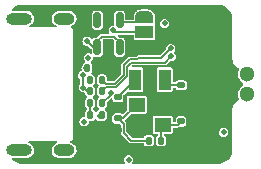
<source format=gbl>
G04 #@! TF.GenerationSoftware,KiCad,Pcbnew,(7.0.0-0)*
G04 #@! TF.CreationDate,2023-05-05T14:07:15+08:00*
G04 #@! TF.ProjectId,SWDProgrammer,53574450-726f-4677-9261-6d6d65722e6b,rev?*
G04 #@! TF.SameCoordinates,Original*
G04 #@! TF.FileFunction,Copper,L4,Bot*
G04 #@! TF.FilePolarity,Positive*
%FSLAX46Y46*%
G04 Gerber Fmt 4.6, Leading zero omitted, Abs format (unit mm)*
G04 Created by KiCad (PCBNEW (7.0.0-0)) date 2023-05-05 14:07:15*
%MOMM*%
%LPD*%
G01*
G04 APERTURE LIST*
G04 Aperture macros list*
%AMRoundRect*
0 Rectangle with rounded corners*
0 $1 Rounding radius*
0 $2 $3 $4 $5 $6 $7 $8 $9 X,Y pos of 4 corners*
0 Add a 4 corners polygon primitive as box body*
4,1,4,$2,$3,$4,$5,$6,$7,$8,$9,$2,$3,0*
0 Add four circle primitives for the rounded corners*
1,1,$1+$1,$2,$3*
1,1,$1+$1,$4,$5*
1,1,$1+$1,$6,$7*
1,1,$1+$1,$8,$9*
0 Add four rect primitives between the rounded corners*
20,1,$1+$1,$2,$3,$4,$5,0*
20,1,$1+$1,$4,$5,$6,$7,0*
20,1,$1+$1,$6,$7,$8,$9,0*
20,1,$1+$1,$8,$9,$2,$3,0*%
%AMFreePoly0*
4,1,19,0.550000,-0.750000,0.000000,-0.750000,0.000000,-0.744911,-0.071157,-0.744911,-0.207708,-0.704816,-0.327430,-0.627875,-0.420627,-0.520320,-0.479746,-0.390866,-0.500000,-0.250000,-0.500000,0.250000,-0.479746,0.390866,-0.420627,0.520320,-0.327430,0.627875,-0.207708,0.704816,-0.071157,0.744911,0.000000,0.744911,0.000000,0.750000,0.550000,0.750000,0.550000,-0.750000,0.550000,-0.750000,
$1*%
%AMFreePoly1*
4,1,19,0.000000,0.744911,0.071157,0.744911,0.207708,0.704816,0.327430,0.627875,0.420627,0.520320,0.479746,0.390866,0.500000,0.250000,0.500000,-0.250000,0.479746,-0.390866,0.420627,-0.520320,0.327430,-0.627875,0.207708,-0.704816,0.071157,-0.744911,0.000000,-0.744911,0.000000,-0.750000,-0.550000,-0.750000,-0.550000,0.750000,0.000000,0.750000,0.000000,0.744911,0.000000,0.744911,
$1*%
G04 Aperture macros list end*
G04 #@! TA.AperFunction,ComponentPad*
%ADD10C,1.300000*%
G04 #@! TD*
G04 #@! TA.AperFunction,ComponentPad*
%ADD11O,2.200000X1.000000*%
G04 #@! TD*
G04 #@! TA.AperFunction,ComponentPad*
%ADD12O,1.800000X1.000000*%
G04 #@! TD*
G04 #@! TA.AperFunction,SMDPad,CuDef*
%ADD13RoundRect,0.135000X-0.135000X-0.185000X0.135000X-0.185000X0.135000X0.185000X-0.135000X0.185000X0*%
G04 #@! TD*
G04 #@! TA.AperFunction,SMDPad,CuDef*
%ADD14RoundRect,0.140000X0.170000X-0.140000X0.170000X0.140000X-0.170000X0.140000X-0.170000X-0.140000X0*%
G04 #@! TD*
G04 #@! TA.AperFunction,SMDPad,CuDef*
%ADD15RoundRect,0.147500X-0.147500X-0.172500X0.147500X-0.172500X0.147500X0.172500X-0.147500X0.172500X0*%
G04 #@! TD*
G04 #@! TA.AperFunction,SMDPad,CuDef*
%ADD16R,1.000000X1.800000*%
G04 #@! TD*
G04 #@! TA.AperFunction,SMDPad,CuDef*
%ADD17RoundRect,0.150000X0.150000X-0.512500X0.150000X0.512500X-0.150000X0.512500X-0.150000X-0.512500X0*%
G04 #@! TD*
G04 #@! TA.AperFunction,SMDPad,CuDef*
%ADD18RoundRect,0.135000X0.135000X0.185000X-0.135000X0.185000X-0.135000X-0.185000X0.135000X-0.185000X0*%
G04 #@! TD*
G04 #@! TA.AperFunction,SMDPad,CuDef*
%ADD19FreePoly0,270.000000*%
G04 #@! TD*
G04 #@! TA.AperFunction,SMDPad,CuDef*
%ADD20R,1.500000X1.000000*%
G04 #@! TD*
G04 #@! TA.AperFunction,SMDPad,CuDef*
%ADD21FreePoly1,270.000000*%
G04 #@! TD*
G04 #@! TA.AperFunction,SMDPad,CuDef*
%ADD22R,1.400000X1.200000*%
G04 #@! TD*
G04 #@! TA.AperFunction,SMDPad,CuDef*
%ADD23RoundRect,0.140000X-0.170000X0.140000X-0.170000X-0.140000X0.170000X-0.140000X0.170000X0.140000X0*%
G04 #@! TD*
G04 #@! TA.AperFunction,ViaPad*
%ADD24C,0.500000*%
G04 #@! TD*
G04 #@! TA.AperFunction,Conductor*
%ADD25C,0.150000*%
G04 #@! TD*
G04 APERTURE END LIST*
D10*
X140000000Y-88150000D03*
X140000000Y-89850000D03*
D11*
X120699999Y-94580299D03*
X120699999Y-83429699D03*
D12*
X124499999Y-83429399D03*
X124499999Y-94580299D03*
D13*
X126690000Y-90600000D03*
X127710000Y-90600000D03*
D14*
X134420000Y-89060000D03*
X134420000Y-88100000D03*
D15*
X126715000Y-91600000D03*
X127685000Y-91600000D03*
D14*
X129050000Y-92850000D03*
X129050000Y-91890000D03*
D16*
X130529999Y-88599999D03*
X133029999Y-88599999D03*
D17*
X129210000Y-85850000D03*
X128260000Y-85850000D03*
X127310000Y-85850000D03*
X127310000Y-83575000D03*
X129210000Y-83575000D03*
D18*
X127500000Y-87600000D03*
X126480000Y-87600000D03*
D19*
X131300000Y-83300000D03*
D20*
X131299999Y-84599999D03*
D21*
X131300000Y-85900000D03*
D22*
X130639999Y-90729999D03*
X132839999Y-90729999D03*
X132839999Y-92429999D03*
X130639999Y-92429999D03*
D23*
X134400000Y-91180000D03*
X134400000Y-92140000D03*
D14*
X129050000Y-91050000D03*
X129050000Y-90090000D03*
D18*
X127710000Y-89600000D03*
X126690000Y-89600000D03*
X127710000Y-88600000D03*
X126690000Y-88600000D03*
X132700000Y-93760000D03*
X131680000Y-93760000D03*
D24*
X128439193Y-89694500D03*
X128490000Y-88430000D03*
X131300000Y-91990000D03*
X135170000Y-82660000D03*
X133510000Y-95200000D03*
X128240000Y-93380000D03*
X138260000Y-84540000D03*
X138260000Y-85370000D03*
X132870000Y-90770000D03*
X130100011Y-83199989D03*
X135410000Y-88320000D03*
X137360589Y-91739411D03*
X132620000Y-85500000D03*
X134200000Y-82660000D03*
X126239376Y-84060624D03*
X132810000Y-82780000D03*
X134610000Y-95200000D03*
X132280000Y-95190000D03*
X126470000Y-92810000D03*
X138170000Y-83590000D03*
X137460000Y-82850000D03*
X137990000Y-95010000D03*
X131830000Y-87850000D03*
X136260000Y-82760000D03*
X132800000Y-92350000D03*
X130640000Y-90710000D03*
X133010000Y-83840000D03*
X138000039Y-93060000D03*
X129220000Y-83560000D03*
X126560589Y-86739411D03*
X127525261Y-91711897D03*
X129960000Y-95380000D03*
X126460589Y-85339411D03*
X126199502Y-92160000D03*
X126376147Y-87643853D03*
X126680000Y-88580000D03*
X126130000Y-89270000D03*
X126083158Y-88236434D03*
X128669963Y-84430651D03*
X130470000Y-88350000D03*
X132970000Y-88550000D03*
X133560000Y-86630000D03*
X133520000Y-85960000D03*
D25*
X128090000Y-88980000D02*
X128768162Y-88980000D01*
X128768162Y-88980000D02*
X129565000Y-88183162D01*
X127710000Y-88600000D02*
X128090000Y-88980000D01*
X129565000Y-88183162D02*
X129565000Y-87393162D01*
X129565000Y-87393162D02*
X130068162Y-86890000D01*
X130068162Y-86890000D02*
X130690000Y-86890000D01*
X130690000Y-86890000D02*
X130820000Y-86760000D01*
X130820000Y-86760000D02*
X132720000Y-86760000D01*
X132720000Y-86760000D02*
X133520000Y-85960000D01*
X127710000Y-89600000D02*
X128060000Y-89250000D01*
X128060000Y-89250000D02*
X128880000Y-89250000D01*
X129835000Y-88295000D02*
X129835000Y-87505000D01*
X128880000Y-89250000D02*
X129835000Y-88295000D01*
X129835000Y-87505000D02*
X130180000Y-87160000D01*
X130180000Y-87160000D02*
X133030000Y-87160000D01*
X133030000Y-87160000D02*
X133560000Y-86630000D01*
X128439193Y-89694500D02*
X128439193Y-89870807D01*
X128439193Y-89870807D02*
X127710000Y-90600000D01*
X127660000Y-87600000D02*
X128490000Y-88430000D01*
X127500000Y-87600000D02*
X127660000Y-87600000D01*
X132700000Y-93760000D02*
X132700000Y-92450000D01*
X132700000Y-92450000D02*
X132800000Y-92350000D01*
X134110000Y-92430000D02*
X134400000Y-92140000D01*
X132840000Y-92430000D02*
X134110000Y-92430000D01*
X129050000Y-91890000D02*
X129480000Y-91890000D01*
X130186238Y-93760000D02*
X129555000Y-93128762D01*
X129555000Y-93128762D02*
X129555000Y-92395000D01*
X129480000Y-91890000D02*
X130640000Y-90730000D01*
X131680000Y-93760000D02*
X130186238Y-93760000D01*
X129555000Y-92395000D02*
X129050000Y-91890000D01*
X129220000Y-83560000D02*
X129410000Y-83750000D01*
X127637158Y-91600000D02*
X127525261Y-91711897D01*
X129410000Y-83750000D02*
X130850000Y-83750000D01*
X127685000Y-91600000D02*
X127637158Y-91600000D01*
X130850000Y-83750000D02*
X131300000Y-83300000D01*
X128750000Y-84950000D02*
X127710000Y-84950000D01*
X129210000Y-85410000D02*
X128750000Y-84950000D01*
X126971178Y-85850000D02*
X126460589Y-85339411D01*
X129210000Y-85850000D02*
X129210000Y-85410000D01*
X127310000Y-85850000D02*
X126971178Y-85850000D01*
X127710000Y-84950000D02*
X127310000Y-85350000D01*
X127310000Y-85350000D02*
X127310000Y-85850000D01*
X126083158Y-88236434D02*
X126083158Y-89223158D01*
X126130000Y-89270000D02*
X126460000Y-89600000D01*
X126460000Y-89600000D02*
X126690000Y-89600000D01*
X126083158Y-89223158D02*
X126130000Y-89270000D01*
X128669963Y-84430651D02*
X128839312Y-84600000D01*
X128839312Y-84600000D02*
X131300000Y-84600000D01*
X129050000Y-90090000D02*
X129050000Y-90080000D01*
X129050000Y-90080000D02*
X130530000Y-88600000D01*
X134420000Y-89060000D02*
X133480000Y-89060000D01*
X133480000Y-89060000D02*
X132970000Y-88550000D01*
X126715000Y-90625000D02*
X126690000Y-90600000D01*
X126715000Y-91600000D02*
X126715000Y-90625000D01*
G04 #@! TA.AperFunction,Conductor*
G36*
X137502897Y-82250728D02*
G01*
X137689665Y-82265426D01*
X137701127Y-82267242D01*
X137880455Y-82310295D01*
X137891491Y-82313881D01*
X138061880Y-82384458D01*
X138072220Y-82389726D01*
X138229481Y-82486095D01*
X138238864Y-82492913D01*
X138238916Y-82492958D01*
X138379101Y-82612687D01*
X138387311Y-82620897D01*
X138423319Y-82663057D01*
X138507085Y-82761134D01*
X138513905Y-82770520D01*
X138592792Y-82899252D01*
X138610270Y-82927773D01*
X138615541Y-82938119D01*
X138686116Y-83108502D01*
X138689704Y-83119546D01*
X138732756Y-83298868D01*
X138734573Y-83310337D01*
X138749269Y-83497064D01*
X138749497Y-83502870D01*
X138749499Y-86755824D01*
X138749501Y-86755833D01*
X138749501Y-86799999D01*
X138749501Y-86883157D01*
X138750061Y-86886335D01*
X138750062Y-86886342D01*
X138776361Y-87035492D01*
X138778381Y-87046946D01*
X138779487Y-87049986D01*
X138779488Y-87049988D01*
X138806811Y-87125057D01*
X138835264Y-87203232D01*
X138836879Y-87206029D01*
X138897220Y-87310544D01*
X138918422Y-87347266D01*
X139025328Y-87474672D01*
X139152734Y-87581578D01*
X139270560Y-87649605D01*
X139276273Y-87652903D01*
X139303815Y-87680790D01*
X139313250Y-87718832D01*
X139301932Y-87756358D01*
X139293870Y-87769190D01*
X139274211Y-87800478D01*
X139272840Y-87804395D01*
X139272839Y-87804398D01*
X139216004Y-87966821D01*
X139216001Y-87966829D01*
X139214632Y-87970745D01*
X139214167Y-87974863D01*
X139214166Y-87974872D01*
X139198781Y-88111430D01*
X139194435Y-88150000D01*
X139194900Y-88154127D01*
X139214166Y-88325127D01*
X139214167Y-88325134D01*
X139214632Y-88329255D01*
X139216002Y-88333172D01*
X139216004Y-88333178D01*
X139249788Y-88429725D01*
X139274211Y-88499522D01*
X139276416Y-88503032D01*
X139276419Y-88503037D01*
X139359065Y-88634566D01*
X139370184Y-88652262D01*
X139497738Y-88779816D01*
X139570410Y-88825479D01*
X139650478Y-88875789D01*
X139649650Y-88877105D01*
X139674742Y-88899501D01*
X139686126Y-88938797D01*
X139686357Y-89060811D01*
X139675058Y-89100252D01*
X139649689Y-89122955D01*
X139650478Y-89124211D01*
X139501257Y-89217972D01*
X139501251Y-89217976D01*
X139497738Y-89220184D01*
X139494802Y-89223119D01*
X139494798Y-89223123D01*
X139373123Y-89344798D01*
X139373119Y-89344802D01*
X139370184Y-89347738D01*
X139367976Y-89351251D01*
X139367972Y-89351257D01*
X139276419Y-89496962D01*
X139276414Y-89496970D01*
X139274211Y-89500478D01*
X139272840Y-89504395D01*
X139272839Y-89504398D01*
X139216004Y-89666821D01*
X139216001Y-89666829D01*
X139214632Y-89670745D01*
X139214167Y-89674863D01*
X139214166Y-89674872D01*
X139197198Y-89825476D01*
X139194435Y-89850000D01*
X139194900Y-89854127D01*
X139214166Y-90025127D01*
X139214167Y-90025134D01*
X139214632Y-90029255D01*
X139216002Y-90033172D01*
X139216004Y-90033178D01*
X139266310Y-90176942D01*
X139274211Y-90199522D01*
X139285855Y-90218054D01*
X139301932Y-90243639D01*
X139313251Y-90281164D01*
X139303816Y-90319207D01*
X139276274Y-90347095D01*
X139155526Y-90416809D01*
X139155522Y-90416811D01*
X139152733Y-90418422D01*
X139150274Y-90420485D01*
X139150263Y-90420493D01*
X139027800Y-90523251D01*
X139027794Y-90523256D01*
X139025327Y-90525327D01*
X139023256Y-90527794D01*
X139023251Y-90527800D01*
X138920493Y-90650263D01*
X138920485Y-90650274D01*
X138918422Y-90652733D01*
X138916814Y-90655516D01*
X138916809Y-90655525D01*
X138836878Y-90793970D01*
X138836874Y-90793977D01*
X138835264Y-90796767D01*
X138834162Y-90799794D01*
X138834159Y-90799801D01*
X138779484Y-90950018D01*
X138779482Y-90950024D01*
X138778380Y-90953053D01*
X138777820Y-90956224D01*
X138777819Y-90956231D01*
X138750061Y-91113656D01*
X138750060Y-91113664D01*
X138749500Y-91116842D01*
X138749500Y-91120078D01*
X138749500Y-91175326D01*
X138749497Y-94455832D01*
X138749497Y-94497093D01*
X138749269Y-94502900D01*
X138734569Y-94689664D01*
X138732752Y-94701132D01*
X138689700Y-94880454D01*
X138686112Y-94891498D01*
X138615537Y-95061881D01*
X138610265Y-95072227D01*
X138513906Y-95229471D01*
X138507081Y-95238865D01*
X138387308Y-95379101D01*
X138379097Y-95387312D01*
X138238861Y-95507084D01*
X138229467Y-95513910D01*
X138072223Y-95610268D01*
X138061876Y-95615539D01*
X137891492Y-95686114D01*
X137880449Y-95689702D01*
X137701128Y-95732753D01*
X137689659Y-95734570D01*
X137502857Y-95749272D01*
X137497051Y-95749500D01*
X130335544Y-95749500D01*
X130294432Y-95737029D01*
X130267177Y-95703819D01*
X130262966Y-95661063D01*
X130280919Y-95627473D01*
X130280507Y-95627174D01*
X130282675Y-95624189D01*
X130283218Y-95623174D01*
X130283217Y-95623174D01*
X130288050Y-95618342D01*
X130345646Y-95505304D01*
X130365492Y-95380000D01*
X130345646Y-95254696D01*
X130288050Y-95141658D01*
X130198342Y-95051950D01*
X130085304Y-94994354D01*
X130079550Y-94993442D01*
X130079548Y-94993442D01*
X129965752Y-94975419D01*
X129960000Y-94974508D01*
X129954248Y-94975419D01*
X129840451Y-94993442D01*
X129840447Y-94993442D01*
X129834696Y-94994354D01*
X129829504Y-94996999D01*
X129829502Y-94997000D01*
X129726850Y-95049304D01*
X129726847Y-95049305D01*
X129721658Y-95051950D01*
X129717541Y-95056066D01*
X129717538Y-95056069D01*
X129636069Y-95137538D01*
X129636066Y-95137541D01*
X129631950Y-95141658D01*
X129629305Y-95146847D01*
X129629304Y-95146850D01*
X129584676Y-95234438D01*
X129574354Y-95254696D01*
X129573442Y-95260447D01*
X129573442Y-95260451D01*
X129564812Y-95314941D01*
X129554508Y-95380000D01*
X129574354Y-95505304D01*
X129631950Y-95618342D01*
X129636069Y-95622461D01*
X129636782Y-95623174D01*
X129637324Y-95624189D01*
X129639493Y-95627174D01*
X129639080Y-95627473D01*
X129657034Y-95661063D01*
X129652823Y-95703819D01*
X129625568Y-95737029D01*
X129584456Y-95749500D01*
X121005688Y-95749500D01*
X120999881Y-95749272D01*
X120813109Y-95734569D01*
X120801641Y-95732752D01*
X120622313Y-95689699D01*
X120611270Y-95686111D01*
X120440883Y-95615535D01*
X120430537Y-95610264D01*
X120273284Y-95513901D01*
X120263890Y-95507076D01*
X120123651Y-95387305D01*
X120115441Y-95379096D01*
X120093033Y-95352862D01*
X120075999Y-95314941D01*
X120082098Y-95273821D01*
X120109404Y-95242476D01*
X120149301Y-95230800D01*
X121338594Y-95230800D01*
X121340925Y-95230800D01*
X121463058Y-95215371D01*
X121615871Y-95154868D01*
X121748837Y-95058263D01*
X121853600Y-94931626D01*
X121923579Y-94782913D01*
X121954376Y-94621470D01*
X121944056Y-94457440D01*
X121893268Y-94301129D01*
X121805202Y-94162360D01*
X121753692Y-94113989D01*
X121688783Y-94053035D01*
X121688781Y-94053033D01*
X121685393Y-94049852D01*
X121576078Y-93989755D01*
X121545443Y-93972913D01*
X121545441Y-93972912D01*
X121541368Y-93970673D01*
X121536863Y-93969516D01*
X121536860Y-93969515D01*
X121531639Y-93968175D01*
X121495466Y-93946475D01*
X121477027Y-93908535D01*
X121482314Y-93866685D01*
X121509609Y-93834523D01*
X121550042Y-93822500D01*
X123859000Y-93822500D01*
X123906169Y-93839482D01*
X123931689Y-93882634D01*
X123923847Y-93932150D01*
X123886241Y-93965303D01*
X123788460Y-94004017D01*
X123788458Y-94004017D01*
X123784129Y-94005732D01*
X123780367Y-94008464D01*
X123780360Y-94008469D01*
X123654930Y-94099599D01*
X123654924Y-94099603D01*
X123651163Y-94102337D01*
X123648197Y-94105921D01*
X123648194Y-94105925D01*
X123549369Y-94225384D01*
X123549366Y-94225388D01*
X123546400Y-94228974D01*
X123544420Y-94233181D01*
X123544416Y-94233188D01*
X123478401Y-94373477D01*
X123478398Y-94373484D01*
X123476421Y-94377687D01*
X123475549Y-94382255D01*
X123475549Y-94382257D01*
X123446496Y-94534554D01*
X123446495Y-94534561D01*
X123445624Y-94539130D01*
X123445916Y-94543774D01*
X123445916Y-94543777D01*
X123455651Y-94698513D01*
X123455651Y-94698517D01*
X123455944Y-94703160D01*
X123457382Y-94707588D01*
X123457383Y-94707589D01*
X123505292Y-94855041D01*
X123505294Y-94855045D01*
X123506732Y-94859471D01*
X123594798Y-94998240D01*
X123714607Y-95110748D01*
X123858632Y-95189927D01*
X124017823Y-95230800D01*
X124938594Y-95230800D01*
X124940925Y-95230800D01*
X125063058Y-95215371D01*
X125215871Y-95154868D01*
X125348837Y-95058263D01*
X125453600Y-94931626D01*
X125523579Y-94782913D01*
X125554376Y-94621470D01*
X125544056Y-94457440D01*
X125493268Y-94301129D01*
X125405202Y-94162360D01*
X125353692Y-94113989D01*
X125288783Y-94053035D01*
X125288781Y-94053033D01*
X125285393Y-94049852D01*
X125176078Y-93989755D01*
X125145443Y-93972913D01*
X125145441Y-93972912D01*
X125141368Y-93970673D01*
X125136863Y-93969516D01*
X125136860Y-93969515D01*
X125080092Y-93954940D01*
X125039405Y-93927812D01*
X125024523Y-93881230D01*
X125041944Y-93835537D01*
X125084058Y-93810687D01*
X125097740Y-93807966D01*
X125180601Y-93752601D01*
X125235966Y-93669740D01*
X125250500Y-93596674D01*
X125255408Y-93572000D01*
X125251921Y-93554474D01*
X125250500Y-93540038D01*
X125250500Y-88236434D01*
X125677666Y-88236434D01*
X125678577Y-88242186D01*
X125696291Y-88354033D01*
X125697512Y-88361738D01*
X125755108Y-88474776D01*
X125759227Y-88478895D01*
X125835984Y-88555652D01*
X125852025Y-88579659D01*
X125857658Y-88607978D01*
X125857658Y-88945298D01*
X125852025Y-88973617D01*
X125835984Y-88997624D01*
X125806069Y-89027538D01*
X125806066Y-89027541D01*
X125801950Y-89031658D01*
X125799305Y-89036847D01*
X125799304Y-89036850D01*
X125747000Y-89139502D01*
X125744354Y-89144696D01*
X125743442Y-89150447D01*
X125743442Y-89150451D01*
X125725419Y-89264248D01*
X125724508Y-89270000D01*
X125725419Y-89275752D01*
X125741062Y-89374523D01*
X125744354Y-89395304D01*
X125801950Y-89508342D01*
X125891658Y-89598050D01*
X126004696Y-89655646D01*
X126130000Y-89675492D01*
X126167508Y-89669551D01*
X126201949Y-89672261D01*
X126231407Y-89690313D01*
X126247824Y-89706729D01*
X126263866Y-89730736D01*
X126269500Y-89759055D01*
X126269500Y-89825476D01*
X126269500Y-89825492D01*
X126269501Y-89827622D01*
X126269747Y-89829747D01*
X126269748Y-89829756D01*
X126271628Y-89845966D01*
X126272270Y-89851498D01*
X126315384Y-89949141D01*
X126390859Y-90024616D01*
X126397132Y-90027386D01*
X126397134Y-90027387D01*
X126408273Y-90032306D01*
X126440382Y-90059602D01*
X126452382Y-90100000D01*
X126440382Y-90140398D01*
X126408273Y-90167694D01*
X126397134Y-90172612D01*
X126397128Y-90172615D01*
X126390859Y-90175384D01*
X126386013Y-90180229D01*
X126386010Y-90180232D01*
X126320232Y-90246010D01*
X126320229Y-90246013D01*
X126315384Y-90250859D01*
X126312615Y-90257128D01*
X126312614Y-90257131D01*
X126274516Y-90343413D01*
X126274514Y-90343419D01*
X126272270Y-90348502D01*
X126271629Y-90354020D01*
X126271628Y-90354027D01*
X126269746Y-90370248D01*
X126269745Y-90370265D01*
X126269500Y-90372377D01*
X126269500Y-90374519D01*
X126269500Y-90374520D01*
X126269500Y-90825476D01*
X126269500Y-90825493D01*
X126269501Y-90827622D01*
X126272270Y-90851498D01*
X126315384Y-90949141D01*
X126390859Y-91024616D01*
X126413204Y-91034482D01*
X126445313Y-91061778D01*
X126457313Y-91102177D01*
X126445313Y-91142576D01*
X126413203Y-91169872D01*
X126402444Y-91174622D01*
X126402441Y-91174623D01*
X126396172Y-91177392D01*
X126391326Y-91182237D01*
X126391323Y-91182240D01*
X126322240Y-91251323D01*
X126322237Y-91251326D01*
X126317392Y-91256172D01*
X126314623Y-91262441D01*
X126314622Y-91262444D01*
X126274637Y-91353002D01*
X126274635Y-91353007D01*
X126272391Y-91358091D01*
X126271750Y-91363609D01*
X126271749Y-91363616D01*
X126269746Y-91380880D01*
X126269745Y-91380897D01*
X126269500Y-91383009D01*
X126269500Y-91385152D01*
X126269500Y-91681419D01*
X126259586Y-91718419D01*
X126232500Y-91745505D01*
X126199477Y-91754353D01*
X126199502Y-91754508D01*
X126198029Y-91754741D01*
X126198026Y-91754741D01*
X126193750Y-91755419D01*
X126079953Y-91773442D01*
X126079949Y-91773442D01*
X126074198Y-91774354D01*
X126069006Y-91776999D01*
X126069004Y-91777000D01*
X125966352Y-91829304D01*
X125966349Y-91829305D01*
X125961160Y-91831950D01*
X125957043Y-91836066D01*
X125957040Y-91836069D01*
X125875571Y-91917538D01*
X125875568Y-91917541D01*
X125871452Y-91921658D01*
X125868807Y-91926847D01*
X125868806Y-91926850D01*
X125816502Y-92029502D01*
X125813856Y-92034696D01*
X125812944Y-92040447D01*
X125812944Y-92040451D01*
X125800903Y-92116478D01*
X125794010Y-92160000D01*
X125794921Y-92165752D01*
X125812474Y-92276582D01*
X125813856Y-92285304D01*
X125871452Y-92398342D01*
X125961160Y-92488050D01*
X126074198Y-92545646D01*
X126199502Y-92565492D01*
X126324806Y-92545646D01*
X126437844Y-92488050D01*
X126527552Y-92398342D01*
X126585148Y-92285304D01*
X126604994Y-92160000D01*
X126604083Y-92154248D01*
X126604083Y-92148424D01*
X126605381Y-92148424D01*
X126609857Y-92114404D01*
X126637156Y-92082439D01*
X126677461Y-92070499D01*
X126904845Y-92070499D01*
X126906990Y-92070499D01*
X126931909Y-92067609D01*
X127033828Y-92022608D01*
X127099377Y-91957058D01*
X127132551Y-91937905D01*
X127170857Y-91937905D01*
X127204030Y-91957058D01*
X127286919Y-92039947D01*
X127399957Y-92097543D01*
X127525261Y-92117389D01*
X127650565Y-92097543D01*
X127687810Y-92078564D01*
X127718307Y-92071243D01*
X128589500Y-92071243D01*
X128589501Y-92073372D01*
X128589747Y-92075498D01*
X128589748Y-92075505D01*
X128591676Y-92092131D01*
X128591676Y-92092134D01*
X128592318Y-92097662D01*
X128594565Y-92102752D01*
X128594566Y-92102754D01*
X128623154Y-92167500D01*
X128636187Y-92197016D01*
X128712984Y-92273813D01*
X128812338Y-92317682D01*
X128836627Y-92320500D01*
X129130941Y-92320499D01*
X129159259Y-92326132D01*
X129183267Y-92342173D01*
X129307826Y-92466732D01*
X129323867Y-92490739D01*
X129329500Y-92519058D01*
X129329500Y-93120901D01*
X129329399Y-93124774D01*
X129327706Y-93157061D01*
X129327706Y-93157065D01*
X129327300Y-93164826D01*
X129330084Y-93172081D01*
X129330086Y-93172088D01*
X129336030Y-93187574D01*
X129339326Y-93198700D01*
X129342774Y-93214920D01*
X129342776Y-93214925D01*
X129344393Y-93222530D01*
X129348963Y-93228821D01*
X129348965Y-93228824D01*
X129349390Y-93229409D01*
X129358603Y-93246376D01*
X129358865Y-93247060D01*
X129358868Y-93247064D01*
X129361654Y-93254322D01*
X129367152Y-93259820D01*
X129378880Y-93271548D01*
X129386421Y-93280377D01*
X129395700Y-93293149D01*
X129400740Y-93300085D01*
X129408098Y-93304333D01*
X129423426Y-93316094D01*
X130021230Y-93913897D01*
X130023897Y-93916707D01*
X130050731Y-93946509D01*
X130072995Y-93956421D01*
X130083191Y-93961958D01*
X130103620Y-93975225D01*
X130112010Y-93976553D01*
X130130534Y-93982039D01*
X130138306Y-93985500D01*
X130162666Y-93985500D01*
X130174242Y-93986410D01*
X130198303Y-93990222D01*
X130206084Y-93988137D01*
X130206516Y-93988022D01*
X130225669Y-93985500D01*
X131202572Y-93985500D01*
X131242971Y-93997500D01*
X131270266Y-94029608D01*
X131305384Y-94109141D01*
X131380859Y-94184616D01*
X131466392Y-94222383D01*
X131473408Y-94225481D01*
X131478502Y-94227730D01*
X131502377Y-94230500D01*
X131857622Y-94230499D01*
X131881498Y-94227730D01*
X131979141Y-94184616D01*
X132054616Y-94109141D01*
X132097730Y-94011498D01*
X132100500Y-93987623D01*
X132100499Y-93532378D01*
X132097730Y-93508502D01*
X132054616Y-93410859D01*
X131979141Y-93335384D01*
X131949611Y-93322345D01*
X131886586Y-93294516D01*
X131886582Y-93294515D01*
X131881498Y-93292270D01*
X131875977Y-93291629D01*
X131875972Y-93291628D01*
X131859751Y-93289746D01*
X131859735Y-93289745D01*
X131857623Y-93289500D01*
X131855479Y-93289500D01*
X131504523Y-93289500D01*
X131504505Y-93289500D01*
X131502378Y-93289501D01*
X131500252Y-93289747D01*
X131500244Y-93289748D01*
X131484033Y-93291628D01*
X131484029Y-93291628D01*
X131478502Y-93292270D01*
X131473413Y-93294516D01*
X131473409Y-93294518D01*
X131387131Y-93332614D01*
X131387128Y-93332615D01*
X131380859Y-93335384D01*
X131376013Y-93340229D01*
X131376010Y-93340232D01*
X131310232Y-93406010D01*
X131310229Y-93406013D01*
X131305384Y-93410859D01*
X131277390Y-93474260D01*
X131270267Y-93490391D01*
X131242971Y-93522500D01*
X131202572Y-93534500D01*
X130310295Y-93534500D01*
X130281976Y-93528867D01*
X130257969Y-93512826D01*
X129802174Y-93057031D01*
X129794015Y-93044820D01*
X131989500Y-93044820D01*
X131998233Y-93088722D01*
X132031496Y-93138504D01*
X132081278Y-93171767D01*
X132125180Y-93180500D01*
X132400500Y-93180500D01*
X132437500Y-93190414D01*
X132464586Y-93217500D01*
X132474500Y-93254500D01*
X132474500Y-93254650D01*
X132462499Y-93295049D01*
X132430390Y-93322344D01*
X132422109Y-93326000D01*
X132407131Y-93332614D01*
X132407128Y-93332615D01*
X132400859Y-93335384D01*
X132396013Y-93340229D01*
X132396010Y-93340232D01*
X132330232Y-93406010D01*
X132330229Y-93406013D01*
X132325384Y-93410859D01*
X132322615Y-93417128D01*
X132322614Y-93417131D01*
X132284516Y-93503413D01*
X132284514Y-93503419D01*
X132282270Y-93508502D01*
X132281629Y-93514020D01*
X132281628Y-93514027D01*
X132279746Y-93530248D01*
X132279745Y-93530265D01*
X132279500Y-93532377D01*
X132279500Y-93534519D01*
X132279500Y-93534520D01*
X132279500Y-93985476D01*
X132279500Y-93985493D01*
X132279501Y-93987622D01*
X132279747Y-93989748D01*
X132279748Y-93989755D01*
X132280646Y-93997500D01*
X132282270Y-94011498D01*
X132284517Y-94016586D01*
X132284518Y-94016590D01*
X132321171Y-94099599D01*
X132325384Y-94109141D01*
X132400859Y-94184616D01*
X132486392Y-94222383D01*
X132493408Y-94225481D01*
X132498502Y-94227730D01*
X132522377Y-94230500D01*
X132877622Y-94230499D01*
X132901498Y-94227730D01*
X132999141Y-94184616D01*
X133074616Y-94109141D01*
X133117730Y-94011498D01*
X133120500Y-93987623D01*
X133120499Y-93532378D01*
X133117730Y-93508502D01*
X133074616Y-93410859D01*
X132999141Y-93335384D01*
X132969609Y-93322344D01*
X132937501Y-93295049D01*
X132925500Y-93254650D01*
X132925500Y-93254500D01*
X132935414Y-93217500D01*
X132962500Y-93190414D01*
X132999500Y-93180500D01*
X133551180Y-93180500D01*
X133554820Y-93180500D01*
X133598722Y-93171767D01*
X133648504Y-93138504D01*
X133681767Y-93088722D01*
X133687480Y-93060000D01*
X137594547Y-93060000D01*
X137595458Y-93065752D01*
X137612299Y-93172088D01*
X137614393Y-93185304D01*
X137671989Y-93298342D01*
X137761697Y-93388050D01*
X137874735Y-93445646D01*
X138000039Y-93465492D01*
X138125343Y-93445646D01*
X138238381Y-93388050D01*
X138328089Y-93298342D01*
X138385685Y-93185304D01*
X138405531Y-93060000D01*
X138385685Y-92934696D01*
X138328089Y-92821658D01*
X138238381Y-92731950D01*
X138125343Y-92674354D01*
X138119589Y-92673442D01*
X138119587Y-92673442D01*
X138005791Y-92655419D01*
X138000039Y-92654508D01*
X137994287Y-92655419D01*
X137880490Y-92673442D01*
X137880486Y-92673442D01*
X137874735Y-92674354D01*
X137869543Y-92676999D01*
X137869541Y-92677000D01*
X137766889Y-92729304D01*
X137766886Y-92729305D01*
X137761697Y-92731950D01*
X137757580Y-92736066D01*
X137757577Y-92736069D01*
X137676108Y-92817538D01*
X137676105Y-92817541D01*
X137671989Y-92821658D01*
X137669344Y-92826847D01*
X137669343Y-92826850D01*
X137617039Y-92929502D01*
X137614393Y-92934696D01*
X137613481Y-92940447D01*
X137613481Y-92940451D01*
X137598450Y-93035357D01*
X137594547Y-93060000D01*
X133687480Y-93060000D01*
X133690500Y-93044820D01*
X133690500Y-92729500D01*
X133700414Y-92692500D01*
X133727500Y-92665414D01*
X133764500Y-92655500D01*
X134102139Y-92655500D01*
X134106012Y-92655601D01*
X134146064Y-92657700D01*
X134168812Y-92648967D01*
X134179930Y-92645673D01*
X134203768Y-92640607D01*
X134210639Y-92635614D01*
X134227624Y-92626391D01*
X134235560Y-92623346D01*
X134252792Y-92606113D01*
X134261609Y-92598582D01*
X134280814Y-92584629D01*
X134324307Y-92570499D01*
X134611227Y-92570499D01*
X134613372Y-92570499D01*
X134637662Y-92567682D01*
X134737016Y-92523813D01*
X134813813Y-92447016D01*
X134857682Y-92347662D01*
X134860500Y-92323373D01*
X134860499Y-91956628D01*
X134857682Y-91932338D01*
X134813813Y-91832984D01*
X134737016Y-91756187D01*
X134712824Y-91745505D01*
X134642750Y-91714564D01*
X134642746Y-91714563D01*
X134637662Y-91712318D01*
X134632141Y-91711677D01*
X134632136Y-91711676D01*
X134615501Y-91709746D01*
X134615485Y-91709745D01*
X134613373Y-91709500D01*
X134611229Y-91709500D01*
X134188773Y-91709500D01*
X134188755Y-91709500D01*
X134186628Y-91709501D01*
X134184502Y-91709747D01*
X134184494Y-91709748D01*
X134167868Y-91711676D01*
X134167863Y-91711677D01*
X134162338Y-91712318D01*
X134157249Y-91714564D01*
X134157245Y-91714566D01*
X134069256Y-91753417D01*
X134069253Y-91753418D01*
X134062984Y-91756187D01*
X134058138Y-91761032D01*
X134058135Y-91761035D01*
X133991035Y-91828135D01*
X133991032Y-91828138D01*
X133986187Y-91832984D01*
X133983418Y-91839253D01*
X133983417Y-91839256D01*
X133944564Y-91927249D01*
X133944562Y-91927254D01*
X133942318Y-91932338D01*
X133941677Y-91937856D01*
X133941676Y-91937863D01*
X133939746Y-91954498D01*
X133939745Y-91954515D01*
X133939500Y-91956627D01*
X133939500Y-92078565D01*
X133939501Y-92130500D01*
X133929587Y-92167500D01*
X133902501Y-92194586D01*
X133865501Y-92204500D01*
X133764500Y-92204500D01*
X133727500Y-92194586D01*
X133700414Y-92167500D01*
X133690500Y-92130500D01*
X133690500Y-91818820D01*
X133690500Y-91815180D01*
X133681767Y-91771278D01*
X133648504Y-91721496D01*
X133638132Y-91714566D01*
X133604780Y-91692281D01*
X133598722Y-91688233D01*
X133591576Y-91686811D01*
X133591575Y-91686811D01*
X133558389Y-91680210D01*
X133554820Y-91679500D01*
X132125180Y-91679500D01*
X132121611Y-91680209D01*
X132121610Y-91680210D01*
X132088424Y-91686811D01*
X132088421Y-91686811D01*
X132081278Y-91688233D01*
X132075220Y-91692280D01*
X132075219Y-91692281D01*
X132037556Y-91717446D01*
X132037553Y-91717448D01*
X132031496Y-91721496D01*
X132027448Y-91727553D01*
X132027446Y-91727556D01*
X132008316Y-91756187D01*
X131998233Y-91771278D01*
X131996811Y-91778421D01*
X131996811Y-91778424D01*
X131990210Y-91811610D01*
X131989500Y-91815180D01*
X131989500Y-93044820D01*
X129794015Y-93044820D01*
X129786133Y-93033024D01*
X129780500Y-93004705D01*
X129780500Y-92402861D01*
X129780601Y-92398988D01*
X129780907Y-92393149D01*
X129782700Y-92358936D01*
X129773969Y-92336191D01*
X129770670Y-92325053D01*
X129767224Y-92308840D01*
X129765607Y-92301232D01*
X129760609Y-92294353D01*
X129751392Y-92277378D01*
X129748346Y-92269441D01*
X129731117Y-92252212D01*
X129723583Y-92243391D01*
X129709260Y-92223677D01*
X129701894Y-92219424D01*
X129686571Y-92207666D01*
X129638360Y-92159455D01*
X129618302Y-92122510D01*
X129621604Y-92080602D01*
X129640846Y-92055532D01*
X129639825Y-92054613D01*
X129645030Y-92048831D01*
X129651323Y-92044260D01*
X129655571Y-92036901D01*
X129667329Y-92021575D01*
X130186731Y-91502174D01*
X130210739Y-91486133D01*
X130239058Y-91480500D01*
X131351180Y-91480500D01*
X131354820Y-91480500D01*
X131398722Y-91471767D01*
X131448504Y-91438504D01*
X131481767Y-91388722D01*
X131490500Y-91344820D01*
X131490500Y-90115180D01*
X131481767Y-90071278D01*
X131448504Y-90021496D01*
X131398722Y-89988233D01*
X131391576Y-89986811D01*
X131391575Y-89986811D01*
X131358389Y-89980210D01*
X131354820Y-89979500D01*
X129925180Y-89979500D01*
X129921611Y-89980209D01*
X129921610Y-89980210D01*
X129888424Y-89986811D01*
X129888421Y-89986811D01*
X129881278Y-89988233D01*
X129875220Y-89992280D01*
X129875219Y-89992281D01*
X129837556Y-90017446D01*
X129837553Y-90017448D01*
X129831496Y-90021496D01*
X129827448Y-90027553D01*
X129827446Y-90027556D01*
X129802281Y-90065219D01*
X129798233Y-90071278D01*
X129796811Y-90078421D01*
X129796811Y-90078424D01*
X129792333Y-90100936D01*
X129789500Y-90115180D01*
X129789500Y-90118820D01*
X129789500Y-91230943D01*
X129783867Y-91259262D01*
X129767826Y-91283269D01*
X129518287Y-91532806D01*
X129485113Y-91551959D01*
X129446808Y-91551958D01*
X129413635Y-91532806D01*
X129391864Y-91511035D01*
X129387016Y-91506187D01*
X129380743Y-91503417D01*
X129292750Y-91464564D01*
X129292746Y-91464563D01*
X129287662Y-91462318D01*
X129282141Y-91461677D01*
X129282136Y-91461676D01*
X129265501Y-91459746D01*
X129265485Y-91459745D01*
X129263373Y-91459500D01*
X129261229Y-91459500D01*
X128838773Y-91459500D01*
X128838755Y-91459500D01*
X128836628Y-91459501D01*
X128834502Y-91459747D01*
X128834494Y-91459748D01*
X128817868Y-91461676D01*
X128817863Y-91461677D01*
X128812338Y-91462318D01*
X128807249Y-91464564D01*
X128807245Y-91464566D01*
X128719256Y-91503417D01*
X128719253Y-91503418D01*
X128712984Y-91506187D01*
X128708138Y-91511032D01*
X128708135Y-91511035D01*
X128641035Y-91578135D01*
X128641032Y-91578138D01*
X128636187Y-91582984D01*
X128633418Y-91589253D01*
X128633417Y-91589256D01*
X128594564Y-91677249D01*
X128594562Y-91677254D01*
X128592318Y-91682338D01*
X128591677Y-91687856D01*
X128591676Y-91687863D01*
X128589746Y-91704498D01*
X128589745Y-91704515D01*
X128589500Y-91706627D01*
X128589500Y-91708769D01*
X128589500Y-91708770D01*
X128589500Y-92071226D01*
X128589500Y-92071243D01*
X127718307Y-92071243D01*
X127721406Y-92070499D01*
X127874845Y-92070499D01*
X127876990Y-92070499D01*
X127901909Y-92067609D01*
X128003828Y-92022608D01*
X128082608Y-91943828D01*
X128127609Y-91841909D01*
X128130500Y-91816991D01*
X128130499Y-91383010D01*
X128127609Y-91358091D01*
X128082608Y-91256172D01*
X128003828Y-91177392D01*
X127997557Y-91174623D01*
X127997554Y-91174621D01*
X127986797Y-91169872D01*
X127954687Y-91142576D01*
X127942686Y-91102177D01*
X127954687Y-91061778D01*
X127986797Y-91034482D01*
X127988199Y-91033862D01*
X128009141Y-91024616D01*
X128084616Y-90949141D01*
X128127730Y-90851498D01*
X128130500Y-90827623D01*
X128130499Y-90529056D01*
X128136132Y-90500739D01*
X128152171Y-90476733D01*
X128463176Y-90165727D01*
X128501063Y-90145477D01*
X128543818Y-90149688D01*
X128577028Y-90176942D01*
X128589500Y-90218054D01*
X128589500Y-90271226D01*
X128589500Y-90271243D01*
X128589501Y-90273372D01*
X128589747Y-90275498D01*
X128589748Y-90275505D01*
X128591676Y-90292131D01*
X128591676Y-90292134D01*
X128592318Y-90297662D01*
X128594565Y-90302750D01*
X128594566Y-90302754D01*
X128617208Y-90354033D01*
X128636187Y-90397016D01*
X128712984Y-90473813D01*
X128812338Y-90517682D01*
X128836627Y-90520500D01*
X129263372Y-90520499D01*
X129287662Y-90517682D01*
X129387016Y-90473813D01*
X129463813Y-90397016D01*
X129507682Y-90297662D01*
X129510500Y-90273373D01*
X129510499Y-89969056D01*
X129516132Y-89940739D01*
X129532170Y-89916734D01*
X129829941Y-89618963D01*
X129875013Y-89597646D01*
X129923376Y-89609760D01*
X129927556Y-89612553D01*
X129965219Y-89637719D01*
X129965220Y-89637719D01*
X129971278Y-89641767D01*
X130015180Y-89650500D01*
X131041180Y-89650500D01*
X131044820Y-89650500D01*
X131088722Y-89641767D01*
X131138504Y-89608504D01*
X131171767Y-89558722D01*
X131180500Y-89514820D01*
X132379500Y-89514820D01*
X132388233Y-89558722D01*
X132421496Y-89608504D01*
X132471278Y-89641767D01*
X132515180Y-89650500D01*
X133541180Y-89650500D01*
X133544820Y-89650500D01*
X133588722Y-89641767D01*
X133638504Y-89608504D01*
X133671767Y-89558722D01*
X133680500Y-89514820D01*
X133680500Y-89359500D01*
X133690414Y-89322500D01*
X133717500Y-89295414D01*
X133754500Y-89285500D01*
X133921976Y-89285500D01*
X133962375Y-89297501D01*
X133989670Y-89329608D01*
X134006187Y-89367016D01*
X134082984Y-89443813D01*
X134182338Y-89487682D01*
X134206627Y-89490500D01*
X134633372Y-89490499D01*
X134657662Y-89487682D01*
X134757016Y-89443813D01*
X134833813Y-89367016D01*
X134877682Y-89267662D01*
X134880500Y-89243373D01*
X134880499Y-88876628D01*
X134877682Y-88852338D01*
X134833813Y-88752984D01*
X134757016Y-88676187D01*
X134750743Y-88673417D01*
X134662750Y-88634564D01*
X134662746Y-88634563D01*
X134657662Y-88632318D01*
X134652141Y-88631677D01*
X134652136Y-88631676D01*
X134635501Y-88629746D01*
X134635485Y-88629745D01*
X134633373Y-88629500D01*
X134631229Y-88629500D01*
X134208773Y-88629500D01*
X134208755Y-88629500D01*
X134206628Y-88629501D01*
X134204502Y-88629747D01*
X134204494Y-88629748D01*
X134187868Y-88631676D01*
X134187863Y-88631677D01*
X134182338Y-88632318D01*
X134177249Y-88634564D01*
X134177245Y-88634566D01*
X134089256Y-88673417D01*
X134089253Y-88673418D01*
X134082984Y-88676187D01*
X134078138Y-88681032D01*
X134078135Y-88681035D01*
X134011035Y-88748135D01*
X134011032Y-88748138D01*
X134006187Y-88752984D01*
X134003418Y-88759253D01*
X134003417Y-88759256D01*
X134002868Y-88760500D01*
X133994340Y-88779816D01*
X133989671Y-88790390D01*
X133962375Y-88822499D01*
X133921976Y-88834500D01*
X133754500Y-88834500D01*
X133717500Y-88824586D01*
X133690414Y-88797500D01*
X133680500Y-88760500D01*
X133680500Y-87688820D01*
X133680500Y-87685180D01*
X133671767Y-87641278D01*
X133638504Y-87591496D01*
X133588722Y-87558233D01*
X133581576Y-87556811D01*
X133581575Y-87556811D01*
X133548389Y-87550210D01*
X133544820Y-87549500D01*
X132515180Y-87549500D01*
X132511611Y-87550209D01*
X132511610Y-87550210D01*
X132478424Y-87556811D01*
X132478421Y-87556811D01*
X132471278Y-87558233D01*
X132465220Y-87562280D01*
X132465219Y-87562281D01*
X132427556Y-87587446D01*
X132427553Y-87587448D01*
X132421496Y-87591496D01*
X132417448Y-87597553D01*
X132417446Y-87597556D01*
X132392281Y-87635219D01*
X132388233Y-87641278D01*
X132386811Y-87648421D01*
X132386811Y-87648424D01*
X132380373Y-87680790D01*
X132379500Y-87685180D01*
X132379500Y-89514820D01*
X131180500Y-89514820D01*
X131180500Y-87685180D01*
X131171767Y-87641278D01*
X131138504Y-87591496D01*
X131088722Y-87558233D01*
X131081576Y-87556811D01*
X131081575Y-87556811D01*
X131048389Y-87550210D01*
X131044820Y-87549500D01*
X131041180Y-87549500D01*
X130288058Y-87549500D01*
X130246946Y-87537029D01*
X130219691Y-87503819D01*
X130215480Y-87461063D01*
X130235732Y-87423174D01*
X130251732Y-87407174D01*
X130275739Y-87391133D01*
X130304058Y-87385500D01*
X133022139Y-87385500D01*
X133026012Y-87385601D01*
X133066064Y-87387700D01*
X133088812Y-87378967D01*
X133099930Y-87375673D01*
X133123768Y-87370607D01*
X133130639Y-87365614D01*
X133147624Y-87356391D01*
X133155560Y-87353346D01*
X133172792Y-87336113D01*
X133181616Y-87328577D01*
X133201323Y-87314260D01*
X133205571Y-87306901D01*
X133217329Y-87291575D01*
X133458592Y-87050312D01*
X133488049Y-87032262D01*
X133522491Y-87029551D01*
X133560000Y-87035492D01*
X133685304Y-87015646D01*
X133798342Y-86958050D01*
X133888050Y-86868342D01*
X133945646Y-86755304D01*
X133965492Y-86630000D01*
X133945646Y-86504696D01*
X133888050Y-86391658D01*
X133823716Y-86327324D01*
X133804564Y-86294151D01*
X133804565Y-86255844D01*
X133823716Y-86222675D01*
X133848050Y-86198342D01*
X133905646Y-86085304D01*
X133925492Y-85960000D01*
X133905646Y-85834696D01*
X133848050Y-85721658D01*
X133758342Y-85631950D01*
X133645304Y-85574354D01*
X133639550Y-85573442D01*
X133639548Y-85573442D01*
X133525752Y-85555419D01*
X133520000Y-85554508D01*
X133514248Y-85555419D01*
X133400451Y-85573442D01*
X133400447Y-85573442D01*
X133394696Y-85574354D01*
X133389504Y-85576999D01*
X133389502Y-85577000D01*
X133286850Y-85629304D01*
X133286847Y-85629305D01*
X133281658Y-85631950D01*
X133277541Y-85636066D01*
X133277538Y-85636069D01*
X133196069Y-85717538D01*
X133196066Y-85717541D01*
X133191950Y-85721658D01*
X133189305Y-85726847D01*
X133189304Y-85726850D01*
X133137000Y-85829502D01*
X133134354Y-85834696D01*
X133133442Y-85840447D01*
X133133442Y-85840451D01*
X133115419Y-85954248D01*
X133114508Y-85960000D01*
X133115419Y-85965752D01*
X133120448Y-85997507D01*
X133117737Y-86031950D01*
X133099685Y-86061408D01*
X132648269Y-86512826D01*
X132624262Y-86528867D01*
X132595943Y-86534500D01*
X130827861Y-86534500D01*
X130823988Y-86534399D01*
X130791700Y-86532706D01*
X130791695Y-86532706D01*
X130783936Y-86532300D01*
X130776679Y-86535085D01*
X130776675Y-86535086D01*
X130761186Y-86541031D01*
X130750061Y-86544326D01*
X130733840Y-86547774D01*
X130733832Y-86547777D01*
X130726232Y-86549393D01*
X130719941Y-86553962D01*
X130719941Y-86553963D01*
X130719351Y-86554392D01*
X130702388Y-86563602D01*
X130701704Y-86563864D01*
X130701698Y-86563867D01*
X130694441Y-86566654D01*
X130688942Y-86572152D01*
X130688940Y-86572154D01*
X130677209Y-86583884D01*
X130668386Y-86591419D01*
X130648677Y-86605740D01*
X130644791Y-86612468D01*
X130644787Y-86612474D01*
X130644421Y-86613110D01*
X130632668Y-86628425D01*
X130618270Y-86642824D01*
X130594262Y-86658867D01*
X130565942Y-86664500D01*
X130076023Y-86664500D01*
X130072150Y-86664399D01*
X130039862Y-86662706D01*
X130039857Y-86662706D01*
X130032098Y-86662300D01*
X130024841Y-86665085D01*
X130024837Y-86665086D01*
X130009348Y-86671031D01*
X129998223Y-86674326D01*
X129982002Y-86677774D01*
X129981994Y-86677777D01*
X129974394Y-86679393D01*
X129968103Y-86683962D01*
X129968103Y-86683963D01*
X129967513Y-86684392D01*
X129950550Y-86693602D01*
X129949866Y-86693864D01*
X129949860Y-86693867D01*
X129942603Y-86696654D01*
X129937104Y-86702152D01*
X129937102Y-86702154D01*
X129925371Y-86713884D01*
X129916548Y-86721419D01*
X129896839Y-86735740D01*
X129892953Y-86742468D01*
X129892949Y-86742474D01*
X129892583Y-86743110D01*
X129880828Y-86758427D01*
X129411100Y-87228155D01*
X129408292Y-87230820D01*
X129384268Y-87252452D01*
X129384265Y-87252455D01*
X129378491Y-87257655D01*
X129375329Y-87264755D01*
X129375327Y-87264759D01*
X129368581Y-87279910D01*
X129363043Y-87290111D01*
X129354009Y-87304021D01*
X129354007Y-87304024D01*
X129349774Y-87310544D01*
X129348557Y-87318223D01*
X129348556Y-87318227D01*
X129348443Y-87318945D01*
X129342960Y-87337456D01*
X129342662Y-87338124D01*
X129342660Y-87338129D01*
X129339500Y-87345230D01*
X129339500Y-87353005D01*
X129339500Y-87369589D01*
X129338589Y-87381165D01*
X129335994Y-87397544D01*
X129335994Y-87397548D01*
X129334778Y-87405227D01*
X129336790Y-87412739D01*
X129336791Y-87412742D01*
X129336978Y-87413440D01*
X129339500Y-87432593D01*
X129339500Y-88059104D01*
X129333867Y-88087423D01*
X129317826Y-88111430D01*
X128696431Y-88732826D01*
X128672424Y-88748867D01*
X128644105Y-88754500D01*
X128214057Y-88754500D01*
X128185740Y-88748868D01*
X128161735Y-88732830D01*
X128152173Y-88723267D01*
X128136133Y-88699263D01*
X128130499Y-88670943D01*
X128130499Y-88374523D01*
X128130499Y-88374520D01*
X128130499Y-88372378D01*
X128127730Y-88348502D01*
X128084616Y-88250859D01*
X128009141Y-88175384D01*
X128002868Y-88172614D01*
X127916586Y-88134516D01*
X127916582Y-88134515D01*
X127911498Y-88132270D01*
X127905977Y-88131629D01*
X127905972Y-88131628D01*
X127889751Y-88129746D01*
X127889735Y-88129745D01*
X127887623Y-88129500D01*
X127885479Y-88129500D01*
X127534523Y-88129500D01*
X127534505Y-88129500D01*
X127532378Y-88129501D01*
X127530252Y-88129747D01*
X127530244Y-88129748D01*
X127514033Y-88131628D01*
X127514029Y-88131628D01*
X127508502Y-88132270D01*
X127503413Y-88134516D01*
X127503409Y-88134518D01*
X127417131Y-88172614D01*
X127417128Y-88172615D01*
X127410859Y-88175384D01*
X127406013Y-88180229D01*
X127406010Y-88180232D01*
X127340232Y-88246010D01*
X127340229Y-88246013D01*
X127335384Y-88250859D01*
X127332615Y-88257128D01*
X127332614Y-88257131D01*
X127294516Y-88343413D01*
X127294514Y-88343419D01*
X127292270Y-88348502D01*
X127291629Y-88354020D01*
X127291628Y-88354027D01*
X127289746Y-88370248D01*
X127289745Y-88370265D01*
X127289500Y-88372377D01*
X127289500Y-88374519D01*
X127289500Y-88374520D01*
X127289500Y-88825476D01*
X127289500Y-88825493D01*
X127289501Y-88827622D01*
X127289747Y-88829748D01*
X127289748Y-88829755D01*
X127290298Y-88834500D01*
X127292270Y-88851498D01*
X127294517Y-88856586D01*
X127294518Y-88856590D01*
X127332614Y-88942868D01*
X127335384Y-88949141D01*
X127410859Y-89024616D01*
X127417132Y-89027386D01*
X127417134Y-89027387D01*
X127428273Y-89032306D01*
X127460382Y-89059602D01*
X127472382Y-89100000D01*
X127460382Y-89140398D01*
X127428273Y-89167694D01*
X127417134Y-89172612D01*
X127417128Y-89172615D01*
X127410859Y-89175384D01*
X127406013Y-89180229D01*
X127406010Y-89180232D01*
X127340232Y-89246010D01*
X127340229Y-89246013D01*
X127335384Y-89250859D01*
X127332615Y-89257128D01*
X127332614Y-89257131D01*
X127294516Y-89343413D01*
X127294514Y-89343419D01*
X127292270Y-89348502D01*
X127291629Y-89354020D01*
X127291628Y-89354027D01*
X127289746Y-89370248D01*
X127289745Y-89370265D01*
X127289500Y-89372377D01*
X127289500Y-89374519D01*
X127289500Y-89374520D01*
X127289500Y-89825476D01*
X127289500Y-89825493D01*
X127289501Y-89827622D01*
X127289747Y-89829748D01*
X127289748Y-89829755D01*
X127291617Y-89845873D01*
X127292270Y-89851498D01*
X127335384Y-89949141D01*
X127410859Y-90024616D01*
X127417132Y-90027386D01*
X127417134Y-90027387D01*
X127428273Y-90032306D01*
X127460382Y-90059602D01*
X127472382Y-90100000D01*
X127460382Y-90140398D01*
X127428273Y-90167694D01*
X127417134Y-90172612D01*
X127417128Y-90172615D01*
X127410859Y-90175384D01*
X127406013Y-90180229D01*
X127406010Y-90180232D01*
X127340232Y-90246010D01*
X127340229Y-90246013D01*
X127335384Y-90250859D01*
X127332615Y-90257128D01*
X127332614Y-90257131D01*
X127294516Y-90343413D01*
X127294514Y-90343419D01*
X127292270Y-90348502D01*
X127291629Y-90354020D01*
X127291628Y-90354027D01*
X127289746Y-90370248D01*
X127289745Y-90370265D01*
X127289500Y-90372377D01*
X127289500Y-90374519D01*
X127289500Y-90374520D01*
X127289500Y-90825476D01*
X127289500Y-90825493D01*
X127289501Y-90827622D01*
X127292270Y-90851498D01*
X127335384Y-90949141D01*
X127410859Y-91024616D01*
X127417131Y-91027385D01*
X127420707Y-91029835D01*
X127445873Y-91059440D01*
X127452571Y-91097713D01*
X127438955Y-91134104D01*
X127408777Y-91158580D01*
X127372444Y-91174622D01*
X127372441Y-91174623D01*
X127366172Y-91177392D01*
X127361326Y-91182237D01*
X127361323Y-91182240D01*
X127292240Y-91251323D01*
X127292237Y-91251326D01*
X127287392Y-91256172D01*
X127284623Y-91262441D01*
X127284622Y-91262444D01*
X127267695Y-91300782D01*
X127240399Y-91332891D01*
X127200000Y-91344892D01*
X127159601Y-91332891D01*
X127132305Y-91300782D01*
X127115377Y-91262444D01*
X127112608Y-91256172D01*
X127033828Y-91177392D01*
X127027555Y-91174622D01*
X127009788Y-91166777D01*
X126991221Y-91158579D01*
X126961044Y-91134104D01*
X126947428Y-91097713D01*
X126954126Y-91059439D01*
X126979293Y-91029834D01*
X126982864Y-91027387D01*
X126989141Y-91024616D01*
X127064616Y-90949141D01*
X127107730Y-90851498D01*
X127110500Y-90827623D01*
X127110499Y-90372378D01*
X127107730Y-90348502D01*
X127064616Y-90250859D01*
X126989141Y-90175384D01*
X126971726Y-90167694D01*
X126939618Y-90140399D01*
X126927617Y-90100000D01*
X126939618Y-90059601D01*
X126971727Y-90032305D01*
X126989141Y-90024616D01*
X127064616Y-89949141D01*
X127107730Y-89851498D01*
X127110500Y-89827623D01*
X127110499Y-89372378D01*
X127107730Y-89348502D01*
X127064616Y-89250859D01*
X126989141Y-89175384D01*
X126971726Y-89167694D01*
X126939618Y-89140399D01*
X126927617Y-89100000D01*
X126939618Y-89059601D01*
X126971727Y-89032305D01*
X126989141Y-89024616D01*
X127064616Y-88949141D01*
X127107730Y-88851498D01*
X127110500Y-88827623D01*
X127110499Y-88372378D01*
X127107730Y-88348502D01*
X127064616Y-88250859D01*
X126989141Y-88175384D01*
X126982868Y-88172614D01*
X126896586Y-88134516D01*
X126896582Y-88134515D01*
X126891498Y-88132270D01*
X126885977Y-88131629D01*
X126885972Y-88131628D01*
X126869751Y-88129746D01*
X126869735Y-88129745D01*
X126867623Y-88129500D01*
X126865480Y-88129500D01*
X126852908Y-88129500D01*
X126811796Y-88117029D01*
X126784541Y-88083818D01*
X126780330Y-88041063D01*
X126800583Y-88003174D01*
X126849765Y-87953992D01*
X126849765Y-87953991D01*
X126854616Y-87949141D01*
X126897730Y-87851498D01*
X126900500Y-87827623D01*
X126900499Y-87372378D01*
X126897730Y-87348502D01*
X126854616Y-87250859D01*
X126785573Y-87181816D01*
X126765516Y-87144873D01*
X126768816Y-87102966D01*
X126794223Y-87069859D01*
X126798931Y-87067461D01*
X126888639Y-86977753D01*
X126946235Y-86864715D01*
X126966081Y-86739411D01*
X126964496Y-86729405D01*
X126968831Y-86690463D01*
X126992446Y-86659192D01*
X127028717Y-86644363D01*
X127067476Y-86650136D01*
X127084917Y-86657837D01*
X127084918Y-86657837D01*
X127090009Y-86660085D01*
X127115135Y-86663000D01*
X127504864Y-86662999D01*
X127529991Y-86660085D01*
X127632765Y-86614706D01*
X127712206Y-86535265D01*
X127757585Y-86432491D01*
X127760500Y-86407365D01*
X127760499Y-85292636D01*
X127757585Y-85267509D01*
X127757585Y-85267508D01*
X127758276Y-85267428D01*
X127758182Y-85234841D01*
X127777374Y-85201529D01*
X127781737Y-85197166D01*
X127805741Y-85181131D01*
X127834056Y-85175500D01*
X128625942Y-85175500D01*
X128654260Y-85181133D01*
X128678267Y-85197174D01*
X128737825Y-85256731D01*
X128753867Y-85280738D01*
X128759500Y-85309057D01*
X128759500Y-86405218D01*
X128759500Y-86405235D01*
X128759501Y-86407364D01*
X128759747Y-86409490D01*
X128759748Y-86409497D01*
X128761773Y-86426960D01*
X128761773Y-86426963D01*
X128762415Y-86432491D01*
X128764662Y-86437579D01*
X128764663Y-86437583D01*
X128797886Y-86512826D01*
X128807794Y-86535265D01*
X128887235Y-86614706D01*
X128990009Y-86660085D01*
X129015135Y-86663000D01*
X129404864Y-86662999D01*
X129429991Y-86660085D01*
X129532765Y-86614706D01*
X129612206Y-86535265D01*
X129657585Y-86432491D01*
X129660500Y-86407365D01*
X129660499Y-85292636D01*
X129657585Y-85267509D01*
X129612206Y-85164735D01*
X129532765Y-85085294D01*
X129526492Y-85082524D01*
X129435079Y-85042161D01*
X129435075Y-85042160D01*
X129429991Y-85039915D01*
X129424470Y-85039274D01*
X129424465Y-85039273D01*
X129406993Y-85037246D01*
X129406977Y-85037245D01*
X129404865Y-85037000D01*
X129402722Y-85037000D01*
X129186557Y-85037000D01*
X129158238Y-85031367D01*
X129134231Y-85015326D01*
X129070731Y-84951826D01*
X129050479Y-84913937D01*
X129054690Y-84871181D01*
X129081945Y-84837971D01*
X129123057Y-84825500D01*
X130325500Y-84825500D01*
X130362500Y-84835414D01*
X130389586Y-84862500D01*
X130399500Y-84899500D01*
X130399500Y-85114820D01*
X130408233Y-85158722D01*
X130416442Y-85171007D01*
X130433925Y-85197174D01*
X130441496Y-85208504D01*
X130491278Y-85241767D01*
X130535180Y-85250500D01*
X132061180Y-85250500D01*
X132064820Y-85250500D01*
X132108722Y-85241767D01*
X132158504Y-85208504D01*
X132191767Y-85158722D01*
X132200500Y-85114820D01*
X132200500Y-84085180D01*
X132191767Y-84041278D01*
X132174951Y-84016111D01*
X132162480Y-83975000D01*
X132174952Y-83933887D01*
X132191767Y-83908722D01*
X132203448Y-83850000D01*
X132203448Y-83840000D01*
X132604508Y-83840000D01*
X132605419Y-83845752D01*
X132622985Y-83956664D01*
X132624354Y-83965304D01*
X132681950Y-84078342D01*
X132771658Y-84168050D01*
X132884696Y-84225646D01*
X133010000Y-84245492D01*
X133135304Y-84225646D01*
X133248342Y-84168050D01*
X133338050Y-84078342D01*
X133395646Y-83965304D01*
X133415492Y-83840000D01*
X133395646Y-83714696D01*
X133338050Y-83601658D01*
X133248342Y-83511950D01*
X133135304Y-83454354D01*
X133129550Y-83453442D01*
X133129548Y-83453442D01*
X133015752Y-83435419D01*
X133010000Y-83434508D01*
X133004248Y-83435419D01*
X132890451Y-83453442D01*
X132890447Y-83453442D01*
X132884696Y-83454354D01*
X132879504Y-83456999D01*
X132879502Y-83457000D01*
X132776850Y-83509304D01*
X132776847Y-83509305D01*
X132771658Y-83511950D01*
X132767541Y-83516066D01*
X132767538Y-83516069D01*
X132686069Y-83597538D01*
X132686066Y-83597541D01*
X132681950Y-83601658D01*
X132679305Y-83606847D01*
X132679304Y-83606850D01*
X132627000Y-83709502D01*
X132624354Y-83714696D01*
X132623442Y-83720447D01*
X132623442Y-83720451D01*
X132613280Y-83784615D01*
X132604508Y-83840000D01*
X132203448Y-83840000D01*
X132203448Y-83228111D01*
X132197232Y-83184880D01*
X132156725Y-83046925D01*
X132138582Y-83007196D01*
X132060850Y-82886242D01*
X132032247Y-82853233D01*
X131923586Y-82759079D01*
X131921366Y-82757652D01*
X131889063Y-82736892D01*
X131889058Y-82736889D01*
X131886845Y-82735467D01*
X131884451Y-82734373D01*
X131884448Y-82734372D01*
X131758459Y-82676834D01*
X131758451Y-82676831D01*
X131756060Y-82675739D01*
X131714153Y-82663434D01*
X131711545Y-82663059D01*
X131711536Y-82663057D01*
X131574458Y-82643348D01*
X131574448Y-82643347D01*
X131571838Y-82642972D01*
X131528162Y-82642972D01*
X131525552Y-82643347D01*
X131525541Y-82643348D01*
X131508500Y-82645799D01*
X131497969Y-82646552D01*
X131102031Y-82646552D01*
X131091500Y-82645799D01*
X131074458Y-82643348D01*
X131074448Y-82643347D01*
X131071838Y-82642972D01*
X131028162Y-82642972D01*
X131025552Y-82643347D01*
X131025541Y-82643348D01*
X130888463Y-82663057D01*
X130888451Y-82663059D01*
X130885847Y-82663434D01*
X130883310Y-82664178D01*
X130883305Y-82664180D01*
X130846476Y-82674994D01*
X130846471Y-82674995D01*
X130843940Y-82675739D01*
X130841552Y-82676829D01*
X130841540Y-82676834D01*
X130715551Y-82734372D01*
X130715542Y-82734376D01*
X130713155Y-82735467D01*
X130710947Y-82736885D01*
X130710936Y-82736892D01*
X130678633Y-82757652D01*
X130678624Y-82757658D01*
X130676414Y-82759079D01*
X130674426Y-82760801D01*
X130674420Y-82760806D01*
X130569752Y-82851500D01*
X130569745Y-82851506D01*
X130567753Y-82853233D01*
X130566026Y-82855225D01*
X130566019Y-82855233D01*
X130540884Y-82884240D01*
X130540879Y-82884246D01*
X130539150Y-82886242D01*
X130537723Y-82888461D01*
X130537718Y-82888469D01*
X130462850Y-83004966D01*
X130462843Y-83004977D01*
X130461418Y-83007196D01*
X130460319Y-83009601D01*
X130460317Y-83009606D01*
X130455671Y-83019781D01*
X130443275Y-83046925D01*
X130442535Y-83049443D01*
X130442532Y-83049453D01*
X130403510Y-83182350D01*
X130403507Y-83182361D01*
X130402768Y-83184880D01*
X130402394Y-83187480D01*
X130402392Y-83187490D01*
X130396928Y-83225492D01*
X130396927Y-83225499D01*
X130396552Y-83228111D01*
X130396552Y-83230758D01*
X130396552Y-83450500D01*
X130386638Y-83487500D01*
X130359552Y-83514586D01*
X130322552Y-83524500D01*
X129734499Y-83524500D01*
X129697499Y-83514586D01*
X129670413Y-83487500D01*
X129660499Y-83450500D01*
X129660499Y-83019781D01*
X129660499Y-83019778D01*
X129660499Y-83017636D01*
X129657585Y-82992509D01*
X129612206Y-82889735D01*
X129532765Y-82810294D01*
X129526492Y-82807524D01*
X129435079Y-82767161D01*
X129435075Y-82767160D01*
X129429991Y-82764915D01*
X129424470Y-82764274D01*
X129424465Y-82764273D01*
X129406993Y-82762246D01*
X129406977Y-82762245D01*
X129404865Y-82762000D01*
X129402721Y-82762000D01*
X129017281Y-82762000D01*
X129017263Y-82762000D01*
X129015136Y-82762001D01*
X129013010Y-82762247D01*
X129013002Y-82762248D01*
X128995539Y-82764273D01*
X128995534Y-82764274D01*
X128990009Y-82764915D01*
X128984920Y-82767161D01*
X128984916Y-82767163D01*
X128893507Y-82807524D01*
X128893504Y-82807525D01*
X128887235Y-82810294D01*
X128882389Y-82815139D01*
X128882386Y-82815142D01*
X128812642Y-82884886D01*
X128812639Y-82884889D01*
X128807794Y-82889735D01*
X128805025Y-82896004D01*
X128805024Y-82896007D01*
X128764661Y-82987420D01*
X128764659Y-82987425D01*
X128762415Y-82992509D01*
X128761774Y-82998027D01*
X128761773Y-82998034D01*
X128759746Y-83015506D01*
X128759745Y-83015523D01*
X128759500Y-83017635D01*
X128759500Y-83019778D01*
X128759500Y-83952697D01*
X128747563Y-83992998D01*
X128715603Y-84020298D01*
X128681539Y-84024785D01*
X128681539Y-84026070D01*
X128675715Y-84026070D01*
X128669963Y-84025159D01*
X128664211Y-84026070D01*
X128550414Y-84044093D01*
X128550410Y-84044093D01*
X128544659Y-84045005D01*
X128539467Y-84047650D01*
X128539465Y-84047651D01*
X128436813Y-84099955D01*
X128436810Y-84099956D01*
X128431621Y-84102601D01*
X128427504Y-84106717D01*
X128427501Y-84106720D01*
X128346032Y-84188189D01*
X128346029Y-84188192D01*
X128341913Y-84192309D01*
X128339268Y-84197498D01*
X128339267Y-84197501D01*
X128286963Y-84300153D01*
X128284317Y-84305347D01*
X128283405Y-84311098D01*
X128283405Y-84311102D01*
X128271005Y-84389395D01*
X128264471Y-84430651D01*
X128284317Y-84555955D01*
X128315373Y-84616906D01*
X128321822Y-84665885D01*
X128296009Y-84708009D01*
X128249439Y-84724500D01*
X127717842Y-84724500D01*
X127713969Y-84724399D01*
X127681700Y-84722707D01*
X127681695Y-84722707D01*
X127673936Y-84722301D01*
X127666682Y-84725085D01*
X127666671Y-84725087D01*
X127651192Y-84731029D01*
X127640066Y-84734325D01*
X127623842Y-84737774D01*
X127623836Y-84737776D01*
X127616232Y-84739393D01*
X127609942Y-84743962D01*
X127609939Y-84743964D01*
X127609350Y-84744393D01*
X127592377Y-84753608D01*
X127591701Y-84753867D01*
X127591698Y-84753868D01*
X127584440Y-84756655D01*
X127578941Y-84762153D01*
X127578939Y-84762155D01*
X127567209Y-84773884D01*
X127558386Y-84781419D01*
X127538677Y-84795740D01*
X127534791Y-84802468D01*
X127534787Y-84802474D01*
X127534421Y-84803110D01*
X127522666Y-84818427D01*
X127325767Y-85015326D01*
X127301760Y-85031367D01*
X127273441Y-85037000D01*
X127117281Y-85037000D01*
X127117263Y-85037000D01*
X127115136Y-85037001D01*
X127113010Y-85037247D01*
X127113002Y-85037248D01*
X127095539Y-85039273D01*
X127095534Y-85039274D01*
X127090009Y-85039915D01*
X127084920Y-85042161D01*
X127084916Y-85042163D01*
X126993507Y-85082524D01*
X126993504Y-85082525D01*
X126987235Y-85085294D01*
X126982389Y-85090139D01*
X126982383Y-85090144D01*
X126922367Y-85150160D01*
X126881618Y-85170923D01*
X126836446Y-85163768D01*
X126804109Y-85131431D01*
X126788639Y-85101069D01*
X126698931Y-85011361D01*
X126585893Y-84953765D01*
X126580139Y-84952853D01*
X126580137Y-84952853D01*
X126466341Y-84934830D01*
X126460589Y-84933919D01*
X126454837Y-84934830D01*
X126341040Y-84952853D01*
X126341036Y-84952853D01*
X126335285Y-84953765D01*
X126330093Y-84956410D01*
X126330091Y-84956411D01*
X126227439Y-85008715D01*
X126227436Y-85008716D01*
X126222247Y-85011361D01*
X126218130Y-85015477D01*
X126218127Y-85015480D01*
X126136658Y-85096949D01*
X126136655Y-85096952D01*
X126132539Y-85101069D01*
X126129894Y-85106258D01*
X126129893Y-85106261D01*
X126077589Y-85208913D01*
X126074943Y-85214107D01*
X126074031Y-85219858D01*
X126074031Y-85219862D01*
X126056008Y-85333659D01*
X126055097Y-85339411D01*
X126056008Y-85345163D01*
X126067768Y-85419417D01*
X126074943Y-85464715D01*
X126132539Y-85577753D01*
X126222247Y-85667461D01*
X126335285Y-85725057D01*
X126460589Y-85744903D01*
X126498096Y-85738962D01*
X126532538Y-85741673D01*
X126561997Y-85759725D01*
X126806178Y-86003906D01*
X126808844Y-86006716D01*
X126835670Y-86036509D01*
X126835203Y-86036929D01*
X126851434Y-86055931D01*
X126859500Y-86089528D01*
X126859500Y-86321466D01*
X126843009Y-86368036D01*
X126800885Y-86393849D01*
X126751905Y-86387400D01*
X126691086Y-86356411D01*
X126685893Y-86353765D01*
X126680139Y-86352853D01*
X126680137Y-86352853D01*
X126566341Y-86334830D01*
X126560589Y-86333919D01*
X126554837Y-86334830D01*
X126441040Y-86352853D01*
X126441036Y-86352853D01*
X126435285Y-86353765D01*
X126430093Y-86356410D01*
X126430091Y-86356411D01*
X126327439Y-86408715D01*
X126327436Y-86408716D01*
X126322247Y-86411361D01*
X126318130Y-86415477D01*
X126318127Y-86415480D01*
X126236658Y-86496949D01*
X126236655Y-86496952D01*
X126232539Y-86501069D01*
X126229894Y-86506258D01*
X126229893Y-86506261D01*
X126181534Y-86601171D01*
X126174943Y-86614107D01*
X126174031Y-86619858D01*
X126174031Y-86619862D01*
X126162352Y-86693602D01*
X126155097Y-86739411D01*
X126156008Y-86745163D01*
X126157696Y-86755824D01*
X126174943Y-86864715D01*
X126232539Y-86977753D01*
X126236657Y-86981871D01*
X126236658Y-86981872D01*
X126277419Y-87022633D01*
X126298383Y-87064735D01*
X126289741Y-87110967D01*
X126254984Y-87142653D01*
X126187134Y-87172612D01*
X126187128Y-87172615D01*
X126180859Y-87175384D01*
X126176013Y-87180229D01*
X126176010Y-87180232D01*
X126110232Y-87246010D01*
X126110229Y-87246013D01*
X126105384Y-87250859D01*
X126102615Y-87257128D01*
X126102614Y-87257131D01*
X126064516Y-87343413D01*
X126064514Y-87343419D01*
X126062270Y-87348502D01*
X126061629Y-87354020D01*
X126061628Y-87354027D01*
X126059745Y-87370259D01*
X126059744Y-87370271D01*
X126059615Y-87371382D01*
X126059614Y-87371386D01*
X126059500Y-87372377D01*
X126059270Y-87372350D01*
X126047530Y-87405222D01*
X126048097Y-87405511D01*
X126045855Y-87409909D01*
X126045852Y-87409916D01*
X126045457Y-87410692D01*
X126045455Y-87410695D01*
X125998006Y-87503819D01*
X125990501Y-87518549D01*
X125989589Y-87524300D01*
X125989589Y-87524304D01*
X125972022Y-87635219D01*
X125970655Y-87643853D01*
X125971566Y-87649605D01*
X125984712Y-87732610D01*
X125990072Y-87766452D01*
X125990073Y-87766457D01*
X125990501Y-87769157D01*
X125990288Y-87769190D01*
X125992622Y-87798837D01*
X125979400Y-87830757D01*
X125953129Y-87853195D01*
X125850006Y-87905739D01*
X125850003Y-87905740D01*
X125844816Y-87908384D01*
X125840699Y-87912500D01*
X125840696Y-87912503D01*
X125759227Y-87993972D01*
X125759224Y-87993975D01*
X125755108Y-87998092D01*
X125752463Y-88003281D01*
X125752462Y-88003284D01*
X125700158Y-88105936D01*
X125697512Y-88111130D01*
X125696600Y-88116881D01*
X125696600Y-88116885D01*
X125690702Y-88154127D01*
X125677666Y-88236434D01*
X125250500Y-88236434D01*
X125250500Y-84459962D01*
X125251922Y-84445525D01*
X125253986Y-84435149D01*
X125255408Y-84428000D01*
X125247728Y-84389393D01*
X125235966Y-84330260D01*
X125223165Y-84311102D01*
X125188140Y-84258682D01*
X125180601Y-84247399D01*
X125097740Y-84192034D01*
X125090593Y-84190612D01*
X125090223Y-84190459D01*
X125056851Y-84162962D01*
X125047133Y-84130235D01*
X126859500Y-84130235D01*
X126859501Y-84132364D01*
X126859747Y-84134490D01*
X126859748Y-84134497D01*
X126861773Y-84151960D01*
X126861773Y-84151963D01*
X126862415Y-84157491D01*
X126864662Y-84162579D01*
X126864663Y-84162583D01*
X126900325Y-84243349D01*
X126907794Y-84260265D01*
X126987235Y-84339706D01*
X127090009Y-84385085D01*
X127115135Y-84388000D01*
X127504864Y-84387999D01*
X127529991Y-84385085D01*
X127632765Y-84339706D01*
X127712206Y-84260265D01*
X127757585Y-84157491D01*
X127760500Y-84132365D01*
X127760499Y-83017636D01*
X127757585Y-82992509D01*
X127712206Y-82889735D01*
X127632765Y-82810294D01*
X127626492Y-82807524D01*
X127535079Y-82767161D01*
X127535075Y-82767160D01*
X127529991Y-82764915D01*
X127524470Y-82764274D01*
X127524465Y-82764273D01*
X127506993Y-82762246D01*
X127506977Y-82762245D01*
X127504865Y-82762000D01*
X127502721Y-82762000D01*
X127117281Y-82762000D01*
X127117263Y-82762000D01*
X127115136Y-82762001D01*
X127113010Y-82762247D01*
X127113002Y-82762248D01*
X127095539Y-82764273D01*
X127095534Y-82764274D01*
X127090009Y-82764915D01*
X127084920Y-82767161D01*
X127084916Y-82767163D01*
X126993507Y-82807524D01*
X126993504Y-82807525D01*
X126987235Y-82810294D01*
X126982389Y-82815139D01*
X126982386Y-82815142D01*
X126912642Y-82884886D01*
X126912639Y-82884889D01*
X126907794Y-82889735D01*
X126905025Y-82896004D01*
X126905024Y-82896007D01*
X126864661Y-82987420D01*
X126864659Y-82987425D01*
X126862415Y-82992509D01*
X126861774Y-82998027D01*
X126861773Y-82998034D01*
X126859746Y-83015506D01*
X126859745Y-83015523D01*
X126859500Y-83017635D01*
X126859500Y-83019777D01*
X126859500Y-83019778D01*
X126859500Y-84130218D01*
X126859500Y-84130235D01*
X125047133Y-84130235D01*
X125044543Y-84121511D01*
X125057501Y-84080258D01*
X125091300Y-84053289D01*
X125100870Y-84049500D01*
X125215871Y-84003968D01*
X125348837Y-83907363D01*
X125453600Y-83780726D01*
X125523579Y-83632013D01*
X125554376Y-83470570D01*
X125544056Y-83306540D01*
X125493268Y-83150229D01*
X125405202Y-83011460D01*
X125321373Y-82932739D01*
X125288783Y-82902135D01*
X125288781Y-82902133D01*
X125285393Y-82898952D01*
X125199079Y-82851500D01*
X125145443Y-82822013D01*
X125145441Y-82822012D01*
X125141368Y-82819773D01*
X125136863Y-82818616D01*
X125136860Y-82818615D01*
X125002397Y-82784091D01*
X124982177Y-82778900D01*
X124059075Y-82778900D01*
X124056769Y-82779191D01*
X124056758Y-82779192D01*
X123941562Y-82793745D01*
X123941559Y-82793745D01*
X123936942Y-82794329D01*
X123932618Y-82796040D01*
X123932610Y-82796043D01*
X123788460Y-82853117D01*
X123788458Y-82853117D01*
X123784129Y-82854832D01*
X123780367Y-82857564D01*
X123780360Y-82857569D01*
X123654930Y-82948699D01*
X123654924Y-82948703D01*
X123651163Y-82951437D01*
X123648197Y-82955021D01*
X123648194Y-82955025D01*
X123549369Y-83074484D01*
X123549366Y-83074488D01*
X123546400Y-83078074D01*
X123544420Y-83082281D01*
X123544416Y-83082288D01*
X123478401Y-83222577D01*
X123478398Y-83222584D01*
X123476421Y-83226787D01*
X123475549Y-83231355D01*
X123475549Y-83231357D01*
X123446496Y-83383654D01*
X123446495Y-83383661D01*
X123445624Y-83388230D01*
X123445916Y-83392874D01*
X123445916Y-83392877D01*
X123455651Y-83547613D01*
X123455651Y-83547617D01*
X123455944Y-83552260D01*
X123457382Y-83556688D01*
X123457383Y-83556689D01*
X123505292Y-83704141D01*
X123505294Y-83704145D01*
X123506732Y-83708571D01*
X123594798Y-83847340D01*
X123598191Y-83850526D01*
X123659035Y-83907663D01*
X123714607Y-83959848D01*
X123857952Y-84038653D01*
X123890216Y-84074111D01*
X123893977Y-84121903D01*
X123867657Y-84161971D01*
X123822302Y-84177500D01*
X121566257Y-84177500D01*
X121519088Y-84160518D01*
X121493568Y-84117366D01*
X121501410Y-84067850D01*
X121539016Y-84034697D01*
X121615871Y-84004268D01*
X121748837Y-83907663D01*
X121853600Y-83781026D01*
X121923579Y-83632313D01*
X121954376Y-83470870D01*
X121944056Y-83306840D01*
X121893268Y-83150529D01*
X121805202Y-83011760D01*
X121744785Y-82955025D01*
X121688783Y-82902435D01*
X121688781Y-82902433D01*
X121685393Y-82899252D01*
X121541368Y-82820073D01*
X121536863Y-82818916D01*
X121536860Y-82818915D01*
X121386683Y-82780357D01*
X121382177Y-82779200D01*
X120140804Y-82779200D01*
X120100908Y-82767524D01*
X120073601Y-82736181D01*
X120067502Y-82695061D01*
X120084534Y-82657141D01*
X120094221Y-82645799D01*
X120115468Y-82620922D01*
X120123670Y-82612721D01*
X120263909Y-82492953D01*
X120273290Y-82486136D01*
X120430555Y-82389771D01*
X120440889Y-82384506D01*
X120611283Y-82313935D01*
X120622305Y-82310354D01*
X120801644Y-82267306D01*
X120813101Y-82265492D01*
X121000781Y-82250730D01*
X121006578Y-82250503D01*
X121046932Y-82250505D01*
X121046937Y-82250502D01*
X137497091Y-82250500D01*
X137502897Y-82250728D01*
G37*
G04 #@! TD.AperFunction*
M02*

</source>
